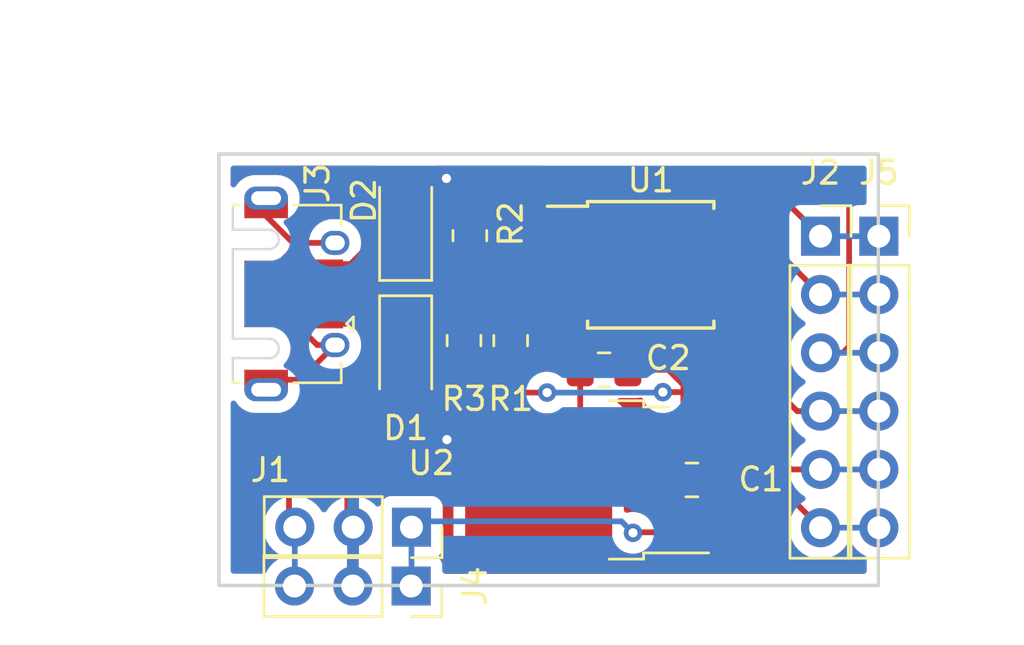
<source format=kicad_pcb>
(kicad_pcb (version 20211014) (generator pcbnew)
  (layers (0 "F.Cu" signal "Top") (31 "B.Cu" signal "Bottom") (34 "B.Paste" user) (35 "F.Paste" user) (36 "B.SilkS" user "B.Silkscreen") (37 "F.SilkS" user "F.Silkscreen") (38 "B.Mask" user) (39 "F.Mask" user) (44 "Edge.Cuts" user))
  (net 0 "")
  (net 1 "GND")
  (net 2 "+VDC")
  (net 3 "+5V")
  (net 4 "Net-(D1-Pad1)")
  (net 5 "Net-(D2-Pad1)")
  (net 6 "/PB5")
  (net 7 "/PB4")
  (net 8 "/PB3")
  (net 9 "/PB2")
  (net 10 "/PB1")
  (net 11 "/PB0")
  (net 12 "unconnected-(J3-Pad6)")
  (footprint "Package_TO_SOT_SMD:TO-252-2" (layer "F.Cu") (at 187.975 124.943 180)
    (fp_text reference "U2" (at 6.773 0.735 180) (layer "F.SilkS"))
    (fp_text value "L7805")
    (fp_line (start -0.97 -3.45) (end -2.47 -3.45) (layer "F.SilkS") (width 0.12))
    (fp_line (start -2.47 3.45) (end -2.47 3.18) (layer "F.SilkS") (width 0.12))
    (fp_line (start -2.47 3.18) (end -3.57 3.18) (layer "F.SilkS") (width 0.12))
    (fp_line (start -2.47 -3.45) (end -2.47 -3.18) (layer "F.SilkS") (width 0.12))
    (fp_line (start -2.47 -3.18) (end -5.3 -3.18) (layer "F.SilkS") (width 0.12))
    (fp_line (start -0.97 3.45) (end -2.47 3.45) (layer "F.SilkS") (width 0.12))
    (pad "1" smd rect locked (at -4.2 -2.28 180) (size 2.2 1.2) (layers "F.Cu" "F.Paste" "F.Mask") (net 2 "+VDC"))
    (pad "2" smd rect locked (at 2.1 0 180) (size 6.4 5.8) (layers "F.Cu" "F.Mask") (net 1 "GND"))
    (pad "3" smd rect locked (at -4.2 2.28 180) (size 2.2 1.2) (layers "F.Cu" "F.Paste" "F.Mask") (net 3 "+5V"))
  )
  (footprint "Resistor_SMD:R_0805_2012Metric_Pad1.20x1.40mm_HandSolder" (layer "F.Cu") (at 182.88 114.3 90)
    (fp_text reference "R2" (at 0.508 1.778 90) (layer "F.SilkS"))
    (fp_text value "R_Small")
    (fp_line (start -0.227064 0.735) (end 0.227064 0.735) (layer "F.SilkS") (width 0.12))
    (fp_line (start -0.227064 -0.735) (end 0.227064 -0.735) (layer "F.SilkS") (width 0.12))
    (pad "1" smd roundrect locked (at -1 0 90) (size 1.2 1.4) (layers "F.Cu" "F.Paste" "F.Mask") (roundrect_rratio 0.208333) (net 8 "/PB3"))
    (pad "2" smd roundrect locked (at 1 0 90) (size 1.2 1.4) (layers "F.Cu" "F.Paste" "F.Mask") (roundrect_rratio 0.208333) (net 5 "Net-(D2-Pad1)"))
  )
  (footprint "Capacitor_SMD:C_0805_2012Metric_Pad1.18x1.45mm_HandSolder" (layer "F.Cu") (at 192.547 124.943)
    (fp_text reference "C1" (at 3.005 -0.025) (layer "F.SilkS"))
    (fp_text value "C_Small")
    (fp_line (start -0.261252 -0.735) (end 0.261252 -0.735) (layer "F.SilkS") (width 0.12))
    (fp_line (start -0.261252 0.735) (end 0.261252 0.735) (layer "F.SilkS") (width 0.12))
    (pad "1" smd roundrect locked (at -1.0375 0) (size 1.175 1.45) (layers "F.Cu" "F.Paste" "F.Mask") (roundrect_rratio 0.212766) (net 1 "GND"))
    (pad "2" smd roundrect locked (at 1.0375 0) (size 1.175 1.45) (layers "F.Cu" "F.Paste" "F.Mask") (roundrect_rratio 0.212766) (net 2 "+VDC"))
  )
  (footprint "Connector_USB:USB_Micro-AB_Molex_47590-0001" (layer "F.Cu") (at 174.012 116.84 -90)
    (fp_text reference "J3" (at -4.826 -2.235 90) (layer "F.SilkS"))
    (fp_text value "USB_B_Micro")
    (fp_line (start -3.87 -3.27) (end -3.87 -1.2) (layer "F.SilkS") (width 0.12))
    (fp_line (start 1.3 -3.5) (end 1.6 -3.8) (layer "F.SilkS") (width 0.12))
    (fp_line (start 3 -3.27) (end 3.87 -3.27) (layer "F.SilkS") (width 0.12))
    (fp_line (start -3.87 1.2) (end -3.87 1.45) (layer "F.SilkS") (width 0.12))
    (fp_line (start 1 -3.8) (end 1.6 -3.8) (layer "F.SilkS") (width 0.12))
    (fp_line (start -3.87 -3.27) (end -3 -3.27) (layer "F.SilkS") (width 0.12))
    (fp_line (start 3.87 -3.27) (end 3.87 -1.2) (layer "F.SilkS") (width 0.12))
    (fp_line (start 1.3 -3.5) (end 1 -3.8) (layer "F.SilkS") (width 0.12))
    (fp_line (start 3.87 1.2) (end 3.87 1.45) (layer "F.SilkS") (width 0.12))
    (fp_line (start -1.95 -0.125) (end -1.95 1.45) (layer "Edge.Cuts") (width 0.1))
    (fp_line (start 2.8 1.45) (end 3.75 1.45) (layer "Edge.Cuts") (width 0.1))
    (fp_line (start 2.8 -0.125) (end 2.8 1.45) (layer "Edge.Cuts") (width 0.1))
    (fp_line (start -2.8 -0.125) (end -2.8 1.45) (layer "Edge.Cuts") (width 0.1))
    (fp_line (start -1.95 1.45) (end 1.95 1.45) (layer "Edge.Cuts") (width 0.1))
    (fp_line (start -3.75 1.45) (end -2.8 1.45) (layer "Edge.Cuts") (width 0.1))
    (fp_line (start 1.95 -0.125) (end 1.95 1.45) (layer "Edge.Cuts") (width 0.1))
    (fp_arc (start -2.8 -0.125) (mid -2.375 -0.55) (end -1.95 -0.125) (layer "Edge.Cuts") (width 0.1))
    (fp_arc (start 1.95 -0.125) (mid 2.375 -0.55) (end 2.8 -0.125) (layer "Edge.Cuts") (width 0.1))
    (pad "1" smd rect locked (at 1.3 -2.675 270) (size 0.4 1.35) (layers "F.Cu" "F.Paste" "F.Mask") (net 3 "+5V"))
    (pad "2" smd rect locked (at 0.65 -2.675 270) (size 0.4 1.35) (layers "F.Cu" "F.Paste" "F.Mask") (net 4 "Net-(D1-Pad1)"))
    (pad "3" smd rect locked (at 0 -2.675 270) (size 0.4 1.35) (layers "F.Cu" "F.Paste" "F.Mask") (net 5 "Net-(D2-Pad1)"))
    (pad "4" smd rect locked (at -0.65 -2.675 270) (size 0.4 1.35) (layers "F.Cu" "F.Paste" "F.Mask"))
    (pad "5" smd rect locked (at -1.3 -2.675 270) (size 0.4 1.35) (layers "F.Cu" "F.Paste" "F.Mask") (net 1 "GND"))
    (pad "6" thru_hole oval locked (at 2.225 -3 270) (size 1.05 1.25) (drill oval 0.65 0.85) (layers *.Cu *.Mask) (net 12 "unconnected-(J3-Pad6)"))
    (pad "6" thru_hole oval locked (at 4.175 0 270) (size 1 1.9) (drill oval 0.6 1.3) (layers *.Cu *.Mask) (net 12 "unconnected-(J3-Pad6)"))
    (pad "6" smd rect locked (at -3.7375 0 270) (size 0.875 1.9) (layers "F.Cu" "F.Mask") (net 12 "unconnected-(J3-Pad6)"))
    (pad "6" thru_hole oval locked (at -4.175 0 270) (size 1 1.9) (drill oval 0.6 1.3) (layers *.Cu *.Mask) (net 12 "unconnected-(J3-Pad6)"))
    (pad "6" thru_hole oval locked (at -2.225 -3 270) (size 1.05 1.25) (drill oval 0.65 0.85) (layers *.Cu *.Mask) (net 12 "unconnected-(J3-Pad6)"))
    (pad "6" smd rect locked (at 0 0 270) (size 2.9 1.9) (layers "F.Cu" "F.Paste" "F.Mask") (net 12 "unconnected-(J3-Pad6)"))
    (pad "6" smd rect locked (at 3.7375 0 270) (size 0.875 1.9) (layers "F.Cu" "F.Mask") (net 12 "unconnected-(J3-Pad6)"))
  )
  (footprint "Diode_SMD:D_1206_3216Metric_Pad1.42x1.75mm_HandSolder" (layer "F.Cu") (at 180.086 119.38 -90)
    (fp_text reference "D1" (at 3.302 0 180) (layer "F.SilkS"))
    (fp_text value "D_z")
    (fp_line (start -2.46 -1.135) (end -2.46 1.135) (layer "F.SilkS") (width 0.12))
    (fp_line (start -2.46 1.135) (end 1.6 1.135) (layer "F.SilkS") (width 0.12))
    (fp_line (start 1.6 -1.135) (end -2.46 -1.135) (layer "F.SilkS") (width 0.12))
    (pad "1" smd roundrect locked (at -1.4875 0 270) (size 1.425 1.75) (layers "F.Cu" "F.Paste" "F.Mask") (roundrect_rratio 0.175439) (net 4 "Net-(D1-Pad1)"))
    (pad "2" smd roundrect locked (at 1.4875 0 270) (size 1.425 1.75) (layers "F.Cu" "F.Paste" "F.Mask") (roundrect_rratio 0.175439) (net 1 "GND"))
  )
  (footprint "Package_SO:SOIC-8W_5.3x5.3mm_P1.27mm" (layer "F.Cu") (at 190.754 115.57)
    (fp_text reference "U1" (at 0 -3.68) (layer "F.SilkS"))
    (fp_text value "ATtiny85-20S")
    (fp_line (start 2.75 -2.755) (end 2.75 -2.455) (layer "F.SilkS") (width 0.15))
    (fp_line (start -2.75 -2.755) (end 2.75 -2.755) (layer "F.SilkS") (width 0.15))
    (fp_line (start -2.75 -2.755) (end -2.75 -2.55) (layer "F.SilkS") (width 0.15))
    (fp_line (start -2.75 2.755) (end 2.75 2.755) (layer "F.SilkS") (width 0.15))
    (fp_line (start 2.75 2.755) (end 2.75 2.455) (layer "F.SilkS") (width 0.15))
    (fp_line (start -2.75 -2.55) (end -4.5 -2.55) (layer "F.SilkS") (width 0.15))
    (fp_line (start -2.75 2.755) (end -2.75 2.455) (layer "F.SilkS") (width 0.15))
    (pad "1" smd rect locked (at -3.65 -1.905) (size 1.7 0.65) (layers "F.Cu" "F.Paste" "F.Mask") (net 6 "/PB5"))
    (pad "2" smd rect locked (at -3.65 -0.635) (size 1.7 0.65) (layers "F.Cu" "F.Paste" "F.Mask") (net 8 "/PB3"))
    (pad "3" smd rect locked (at -3.65 0.635) (size 1.7 0.65) (layers "F.Cu" "F.Paste" "F.Mask") (net 7 "/PB4"))
    (pad "4" smd rect locked (at -3.65 1.905) (size 1.7 0.65) (layers "F.Cu" "F.Paste" "F.Mask") (net 1 "GND"))
    (pad "5" smd rect locked (at 3.65 1.905) (size 1.7 0.65) (layers "F.Cu" "F.Paste" "F.Mask") (net 11 "/PB0"))
    (pad "6" smd rect locked (at 3.65 0.635) (size 1.7 0.65) (layers "F.Cu" "F.Paste" "F.Mask") (net 10 "/PB1"))
    (pad "7" smd rect locked (at 3.65 -0.635) (size 1.7 0.65) (layers "F.Cu" "F.Paste" "F.Mask") (net 9 "/PB2"))
    (pad "8" smd rect locked (at 3.65 -1.905) (size 1.7 0.65) (layers "F.Cu" "F.Paste" "F.Mask") (net 3 "+5V"))
  )
  (footprint "Diode_SMD:D_1206_3216Metric_Pad1.42x1.75mm_HandSolder" (layer "F.Cu") (at 180.086 113.792 90)
    (fp_text reference "D2" (at 1.016 -1.82 90) (layer "F.SilkS"))
    (fp_text value "D_z")
    (fp_line (start 1.6 -1.135) (end -2.46 -1.135) (layer "F.SilkS") (width 0.12))
    (fp_line (start -2.46 1.135) (end 1.6 1.135) (layer "F.SilkS") (width 0.12))
    (fp_line (start -2.46 -1.135) (end -2.46 1.135) (layer "F.SilkS") (width 0.12))
    (pad "1" smd roundrect locked (at -1.4875 0 90) (size 1.425 1.75) (layers "F.Cu" "F.Paste" "F.Mask") (roundrect_rratio 0.175439) (net 5 "Net-(D2-Pad1)"))
    (pad "2" smd roundrect locked (at 1.4875 0 90) (size 1.425 1.75) (layers "F.Cu" "F.Paste" "F.Mask") (roundrect_rratio 0.175439) (net 1 "GND"))
  )
  (footprint "Capacitor_SMD:C_0805_2012Metric_Pad1.18x1.45mm_HandSolder" (layer "F.Cu") (at 188.722 120.142)
    (fp_text reference "C2" (at 2.794 -0.508) (layer "F.SilkS"))
    (fp_text value "C_Small")
    (fp_line (start -0.261252 -0.735) (end 0.261252 -0.735) (layer "F.SilkS") (width 0.12))
    (fp_line (start -0.261252 0.735) (end 0.261252 0.735) (layer "F.SilkS") (width 0.12))
    (pad "1" smd roundrect locked (at -1.0375 0) (size 1.175 1.45) (layers "F.Cu" "F.Paste" "F.Mask") (roundrect_rratio 0.212766) (net 1 "GND"))
    (pad "2" smd roundrect locked (at 1.0375 0) (size 1.175 1.45) (layers "F.Cu" "F.Paste" "F.Mask") (roundrect_rratio 0.212766) (net 3 "+5V"))
  )
  (footprint "Resistor_SMD:R_0805_2012Metric_Pad1.20x1.40mm_HandSolder" (layer "F.Cu") (at 182.626 118.872 -90)
    (fp_text reference "R3" (at 2.54 0 180) (layer "F.SilkS"))
    (fp_text value "R_Small")
    (fp_line (start -0.227064 0.735) (end 0.227064 0.735) (layer "F.SilkS") (width 0.12))
    (fp_line (start -0.227064 -0.735) (end 0.227064 -0.735) (layer "F.SilkS") (width 0.12))
    (pad "1" smd roundrect locked (at -1 0 270) (size 1.2 1.4) (layers "F.Cu" "F.Paste" "F.Mask") (roundrect_rratio 0.208333) (net 4 "Net-(D1-Pad1)"))
    (pad "2" smd roundrect locked (at 1 0 270) (size 1.2 1.4) (layers "F.Cu" "F.Paste" "F.Mask") (roundrect_rratio 0.208333) (net 3 "+5V"))
  )
  (footprint "Resistor_SMD:R_0805_2012Metric_Pad1.20x1.40mm_HandSolder" (layer "F.Cu") (at 184.658 118.872 90)
    (fp_text reference "R1" (at -2.54 0 180) (layer "F.SilkS"))
    (fp_text value "R_Small")
    (fp_line (start -0.227064 0.735) (end 0.227064 0.735) (layer "F.SilkS") (width 0.12))
    (fp_line (start -0.227064 -0.735) (end 0.227064 -0.735) (layer "F.SilkS") (width 0.12))
    (pad "1" smd roundrect locked (at -1 0 90) (size 1.2 1.4) (layers "F.Cu" "F.Paste" "F.Mask") (roundrect_rratio 0.208333) (net 7 "/PB4"))
    (pad "2" smd roundrect locked (at 1 0 90) (size 1.2 1.4) (layers "F.Cu" "F.Paste" "F.Mask") (roundrect_rratio 0.208333) (net 4 "Net-(D1-Pad1)"))
  )
  (footprint "Connector_PinSocket_2.54mm:PinSocket_1x03_P2.54mm_Vertical" (layer "F.Cu") (at 180.34 127 -90)
    (fp_text reference "J1" (at -2.488 6.144 180) (layer "F.SilkS"))
    (fp_text value "Power")
    (fp_line (start -1.33 6.41) (end 1.33 6.41) (layer "F.SilkS") (width 0.12))
    (fp_line (start 1.33 -1.33) (end 1.33 0) (layer "F.SilkS") (width 0.12))
    (fp_line (start 0 -1.33) (end 1.33 -1.33) (layer "F.SilkS") (width 0.12))
    (fp_line (start 1.33 1.27) (end 1.33 6.41) (layer "F.SilkS") (width 0.12))
    (fp_line (start -1.33 1.27) (end 1.33 1.27) (layer "F.SilkS") (width 0.12))
    (fp_line (start -1.33 1.27) (end -1.33 6.41) (layer "F.SilkS") (width 0.12))
    (pad "1" thru_hole rect locked (at 0 0 270) (size 1.7 1.7) (drill 1) (layers *.Cu *.Mask) (net 2 "+VDC"))
    (pad "2" thru_hole oval locked (at 0 2.54 270) (size 1.7 1.7) (drill 1) (layers *.Cu *.Mask) (net 1 "GND"))
    (pad "3" thru_hole oval locked (at 0 5.08 270) (size 1.7 1.7) (drill 1) (layers *.Cu *.Mask) (net 3 "+5V"))
  )
  (footprint "Connector_PinSocket_2.54mm:PinSocket_1x06_P2.54mm_Vertical" (layer "F.Cu") (at 198.145 114.325)
    (fp_text reference "J2" (at 0 -2.77) (layer "F.SilkS"))
    (fp_text value "PinOut")
    (fp_line (start -1.33 1.27) (end -1.33 14.03) (layer "F.SilkS") (width 0.12))
    (fp_line (start 1.33 1.27) (end 1.33 14.03) (layer "F.SilkS") (width 0.12))
    (fp_line (start 0 -1.33) (end 1.33 -1.33) (layer "F.SilkS") (width 0.12))
    (fp_line (start -1.33 14.03) (end 1.33 14.03) (layer "F.SilkS") (width 0.12))
    (fp_line (start -1.33 1.27) (end 1.33 1.27) (layer "F.SilkS") (width 0.12))
    (fp_line (start 1.33 -1.33) (end 1.33 0) (layer "F.SilkS") (width 0.12))
    (pad "1" thru_hole rect locked (at 0 0) (size 1.7 1.7) (drill 1) (layers *.Cu *.Mask) (net 6 "/PB5"))
    (pad "2" thru_hole oval locked (at 0 2.54) (size 1.7 1.7) (drill 1) (layers *.Cu *.Mask) (net 7 "/PB4"))
    (pad "3" thru_hole oval locked (at 0 5.08) (size 1.7 1.7) (drill 1) (layers *.Cu *.Mask) (net 8 "/PB3"))
    (pad "4" thru_hole oval locked (at 0 7.62) (size 1.7 1.7) (drill 1) (layers *.Cu *.Mask) (net 9 "/PB2"))
    (pad "5" thru_hole oval locked (at 0 10.16) (size 1.7 1.7) (drill 1) (layers *.Cu *.Mask) (net 10 "/PB1"))
    (pad "6" thru_hole oval locked (at 0 12.7) (size 1.7 1.7) (drill 1) (layers *.Cu *.Mask) (net 11 "/PB0"))
  )
  (footprint "Connector_PinSocket_2.54mm:PinSocket_1x06_P2.54mm_Vertical" (layer "F.Cu") (at 200.685 114.325)
    (fp_text reference "J5" (at 0 -2.77) (layer "F.SilkS"))
    (fp_text value "PinOut")
    (fp_line (start -1.33 1.27) (end 1.33 1.27) (layer "F.SilkS") (width 0.12))
    (fp_line (start 0 -1.33) (end 1.33 -1.33) (layer "F.SilkS") (width 0.12))
    (fp_line (start -1.33 1.27) (end -1.33 14.03) (layer "F.SilkS") (width 0.12))
    (fp_line (start -1.33 14.03) (end 1.33 14.03) (layer "F.SilkS") (width 0.12))
    (fp_line (start 1.33 -1.33) (end 1.33 0) (layer "F.SilkS") (width 0.12))
    (fp_line (start 1.33 1.27) (end 1.33 14.03) (layer "F.SilkS") (width 0.12))
    (pad "1" thru_hole rect locked (at 0 0) (size 1.7 1.7) (drill 1) (layers *.Cu *.Mask) (net 6 "/PB5"))
    (pad "2" thru_hole oval locked (at 0 2.54) (size 1.7 1.7) (drill 1) (layers *.Cu *.Mask) (net 7 "/PB4"))
    (pad "3" thru_hole oval locked (at 0 5.08) (size 1.7 1.7) (drill 1) (layers *.Cu *.Mask) (net 8 "/PB3"))
    (pad "4" thru_hole oval locked (at 0 7.62) (size 1.7 1.7) (drill 1) (layers *.Cu *.Mask) (net 9 "/PB2"))
    (pad "5" thru_hole oval locked (at 0 10.16) (size 1.7 1.7) (drill 1) (layers *.Cu *.Mask) (net 10 "/PB1"))
    (pad "6" thru_hole oval locked (at 0 12.7) (size 1.7 1.7) (drill 1) (layers *.Cu *.Mask) (net 11 "/PB0"))
  )
  (footprint "Connector_PinSocket_2.54mm:PinSocket_1x03_P2.54mm_Vertical" (layer "F.Cu") (at 180.325 129.565 -90)
    (fp_text reference "J4" (at 0 -2.77 90) (layer "F.SilkS"))
    (fp_text value "Power")
    (fp_line (start -1.33 1.27) (end -1.33 6.41) (layer "F.SilkS") (width 0.12))
    (fp_line (start 1.33 -1.33) (end 1.33 0) (layer "F.SilkS") (width 0.12))
    (fp_line (start -1.33 1.27) (end 1.33 1.27) (layer "F.SilkS") (width 0.12))
    (fp_line (start -1.33 6.41) (end 1.33 6.41) (layer "F.SilkS") (width 0.12))
    (fp_line (start 0 -1.33) (end 1.33 -1.33) (layer "F.SilkS") (width 0.12))
    (fp_line (start 1.33 1.27) (end 1.33 6.41) (layer "F.SilkS") (width 0.12))
    (pad "1" thru_hole rect locked (at 0 0 270) (size 1.7 1.7) (drill 1) (layers *.Cu *.Mask) (net 2 "+VDC"))
    (pad "2" thru_hole oval locked (at 0 2.54 270) (size 1.7 1.7) (drill 1) (layers *.Cu *.Mask) (net 1 "GND"))
    (pad "3" thru_hole oval locked (at 0 5.08 270) (size 1.7 1.7) (drill 1) (layers *.Cu *.Mask) (net 3 "+5V"))
  )
  (gr_rect (start 171.958 110.744) (end 200.66 129.54) (layer "Edge.Cuts") (width 0.15) (fill none))
  (segment (start 187.104 119.5615) (end 187.6845 120.142) (width 0.25) (layer "F.Cu") (net 1))
  (segment (start 181.862 111.808) (end 180.5825 111.808) (width 0.25) (layer "F.Cu") (net 1))
  (segment (start 176.687 115.54) (end 177.68 115.54) (width 0.25) (layer "F.Cu") (net 1))
  (segment (start 177.8 127) (end 177.546 126.746) (width 0.25) (layer "F.Cu") (net 1))
  (segment (start 185.875 124.943) (end 191.5095 124.943) (width 0.25) (layer "F.Cu") (net 1))
  (segment (start 185.875 124.943) (end 184.12 123.188) (width 0.25) (layer "F.Cu") (net 1))
  (segment (start 185.875 124.943) (end 183.3 122.368) (width 0.25) (layer "F.Cu") (net 1))
  (segment (start 180.086 121.362) (end 180.086 120.8675) (width 0.25) (layer "F.Cu") (net 1))
  (segment (start 184.12 123.188) (end 181.882 123.188) (width 0.25) (layer "F.Cu") (net 1))
  (segment (start 181.092 122.368) (end 180.086 121.362) (width 0.25) (layer "F.Cu") (net 1))
  (segment (start 177.546 123.4075) (end 180.086 120.8675) (width 0.25) (layer "F.Cu") (net 1))
  (segment (start 180.5825 111.808) (end 180.086 112.3045) (width 0.25) (layer "F.Cu") (net 1))
  (segment (start 177.546 126.746) (end 177.546 123.4075) (width 0.25) (layer "F.Cu") (net 1))
  (segment (start 180.086 113.134) (end 180.086 112.3045) (width 0.25) (layer "F.Cu") (net 1))
  (segment (start 187.6845 120.142) (end 187.6845 123.1335) (width 0.25) (layer "F.Cu") (net 1))
  (segment (start 186.69 125.758) (end 185.875 124.943) (width 0.25) (layer "F.Cu") (net 1))
  (segment (start 187.104 117.475) (end 187.104 119.5615) (width 0.25) (layer "F.Cu") (net 1))
  (segment (start 187.6845 123.1335) (end 185.875 124.943) (width 0.25) (layer "F.Cu") (net 1))
  (segment (start 177.68 115.54) (end 180.086 113.134) (width 0.25) (layer "F.Cu") (net 1))
  (segment (start 183.3 122.368) (end 181.092 122.368) (width 0.25) (layer "F.Cu") (net 1))
  (via (at 181.862 111.808) (size 0.8) (drill 0.4) (layers "F.Cu" "B.Cu") (net 1))
  (via (at 181.882 123.188) (size 0.8) (drill 0.4) (layers "F.Cu" "B.Cu") (net 1))
  (segment (start 181.882 123.188) (end 181.882 111.828) (width 0.25) (layer "B.Cu") (net 1))
  (segment (start 177.8 127) (end 177.8 129.32548) (width 0.25) (layer "B.Cu") (net 1))
  (segment (start 181.882 111.828) (end 181.862 111.808) (width 0.25) (layer "B.Cu") (net 1))
  (segment (start 177.8 129.32548) (end 177.785 129.34048) (width 0.25) (layer "B.Cu") (net 1))
  (segment (start 192.175 127.223) (end 192.175 126.3525) (width 0.25) (layer "F.Cu") (net 2))
  (segment (start 190.007 127.223) (end 189.982 127.248) (width 0.25) (layer "F.Cu") (net 2))
  (segment (start 192.175 127.223) (end 190.007 127.223) (width 0.25) (layer "F.Cu") (net 2))
  (segment (start 192.175 126.3525) (end 193.5845 124.943) (width 0.25) (layer "F.Cu") (net 2))
  (via (at 189.982 127.248) (size 0.8) (drill 0.4) (layers "F.Cu" "B.Cu") (net 2))
  (segment (start 189.982 127.248) (end 189.48 126.746) (width 0.25) (layer "B.Cu") (net 2))
  (segment (start 180.34 129.32548) (end 180.325 129.34048) (width 0.25) (layer "B.Cu") (net 2))
  (segment (start 189.48 126.746) (end 180.594 126.746) (width 0.25) (layer "B.Cu") (net 2))
  (segment (start 180.594 126.746) (end 180.34 127) (width 0.25) (layer "B.Cu") (net 2))
  (segment (start 180.34 127) (end 180.34 129.32548) (width 0.25) (layer "B.Cu") (net 2))
  (segment (start 182.372 119.618) (end 182.626 119.872) (width 0.25) (layer "F.Cu") (net 3))
  (segment (start 178.877 119.813) (end 179.072 119.618) (width 0.25) (layer "F.Cu") (net 3))
  (segment (start 189.7595 117.5805) (end 189.7595 120.142) (width 0.25) (layer "F.Cu") (net 3))
  (segment (start 175.006 123.684) (end 178.877 119.813) (width 0.25) (layer "F.Cu") (net 3))
  (segment (start 183.892 121.138) (end 186.242 121.138) (width 0.25) (layer "F.Cu") (net 3))
  (segment (start 176.687 118.14) (end 178.134 118.14) (width 0.25) (layer "F.Cu") (net 3))
  (segment (start 178.877 118.883) (end 178.877 119.813) (width 0.25) (layer "F.Cu") (net 3))
  (segment (start 175.006 126.746) (end 175.006 123.684) (width 0.25) (layer "F.Cu") (net 3))
  (segment (start 189.7595 120.142) (end 191.516 120.142) (width 0.25) (layer "F.Cu") (net 3))
  (segment (start 193.675 113.665) (end 189.7595 117.5805) (width 0.25) (layer "F.Cu") (net 3))
  (segment (start 192.078 121.118) (end 192.175 121.215) (width 0.25) (layer "F.Cu") (net 3))
  (segment (start 191.516 120.142) (end 192.175 120.801) (width 0.25) (layer "F.Cu") (net 3))
  (segment (start 175.26 127) (end 175.006 126.746) (width 0.25) (layer "F.Cu") (net 3))
  (segment (start 192.175 121.215) (end 192.175 122.663) (width 0.25) (layer "F.Cu") (net 3))
  (segment (start 194.404 113.665) (end 193.675 113.665) (width 0.25) (layer "F.Cu") (net 3))
  (segment (start 191.282 121.118) (end 192.078 121.118) (width 0.25) (layer "F.Cu") (net 3))
  (segment (start 179.072 119.618) (end 182.372 119.618) (width 0.25) (layer "F.Cu") (net 3))
  (segment (start 192.175 120.801) (end 192.175 121.215) (width 0.25) (layer "F.Cu") (net 3))
  (segment (start 182.626 119.872) (end 183.892 121.138) (width 0.25) (layer "F.Cu") (net 3))
  (segment (start 178.134 118.14) (end 178.877 118.883) (width 0.25) (layer "F.Cu") (net 3))
  (via (at 186.242 121.138) (size 0.8) (drill 0.4) (layers "F.Cu" "B.Cu") (net 3))
  (via (at 191.282 121.118) (size 0.8) (drill 0.4) (layers "F.Cu" "B.Cu") (net 3))
  (segment (start 175.26 127) (end 175.26 129.32548) (width 0.25) (layer "B.Cu") (net 3))
  (segment (start 191.262 121.138) (end 191.282 121.118) (width 0.25) (layer "B.Cu") (net 3))
  (segment (start 186.242 121.138) (end 191.262 121.138) (width 0.25) (layer "B.Cu") (net 3))
  (segment (start 175.26 129.32548) (end 175.245 129.34048) (width 0.25) (layer "B.Cu") (net 3))
  (segment (start 180.086 117.8925) (end 184.6375 117.8925) (width 0.25) (layer "F.Cu") (net 4))
  (segment (start 176.687 117.49) (end 179.6835 117.49) (width 0.25) (layer "F.Cu") (net 4))
  (segment (start 184.6375 117.8925) (end 184.658 117.872) (width 0.25) (layer "F.Cu") (net 4))
  (segment (start 179.6835 117.49) (end 180.086 117.8925) (width 0.25) (layer "F.Cu") (net 4))
  (segment (start 182.88 113.3) (end 182.0655 113.3) (width 0.25) (layer "F.Cu") (net 5))
  (segment (start 182.0655 113.3) (end 180.086 115.2795) (width 0.25) (layer "F.Cu") (net 5))
  (segment (start 176.687 116.84) (end 178.5255 116.84) (width 0.25) (layer "F.Cu") (net 5))
  (segment (start 178.5255 116.84) (end 180.086 115.2795) (width 0.25) (layer "F.Cu") (net 5))
  (segment (start 190.754 112.268) (end 196.088 112.268) (width 0.25) (layer "F.Cu") (net 6))
  (segment (start 196.088 112.268) (end 198.145 114.325) (width 0.25) (layer "F.Cu") (net 6))
  (segment (start 187.104 113.665) (end 189.357 113.665) (width 0.25) (layer "F.Cu") (net 6))
  (segment (start 189.357 113.665) (end 190.754 112.268) (width 0.25) (layer "F.Cu") (net 6))
  (segment (start 198.145 114.325) (end 200.46048 114.325) (width 0.25) (layer "B.Cu") (net 6))
  (segment (start 187.104 116.205) (end 188.595 116.205) (width 0.25) (layer "F.Cu") (net 7))
  (segment (start 186.035 116.205) (end 187.104 116.205) (width 0.25) (layer "F.Cu") (net 7))
  (segment (start 185.842 116.478) (end 185.802 116.438) (width 0.25) (layer "F.Cu") (net 7))
  (segment (start 184.658 119.872) (end 185.158 119.872) (width 0.25) (layer "F.Cu") (net 7))
  (segment (start 188.595 116.205) (end 192.024 112.776) (width 0.25) (layer "F.Cu") (net 7))
  (segment (start 195.58 112.776) (end 196.596 113.792) (width 0.25) (layer "F.Cu") (net 7))
  (segment (start 196.596 115.316) (end 198.145 116.865) (width 0.25) (layer "F.Cu") (net 7))
  (segment (start 185.802 116.438) (end 186.035 116.205) (width 0.25) (layer "F.Cu") (net 7))
  (segment (start 185.158 119.872) (end 185.842 119.188) (width 0.25) (layer "F.Cu") (net 7))
  (segment (start 192.024 112.776) (end 195.58 112.776) (width 0.25) (layer "F.Cu") (net 7))
  (segment (start 185.842 119.188) (end 185.842 116.478) (width 0.25) (layer "F.Cu") (net 7))
  (segment (start 196.596 113.792) (end 196.596 115.316) (width 0.25) (layer "F.Cu") (net 7))
  (segment (start 198.145 116.865) (end 200.46048 116.865) (width 0.25) (layer "B.Cu") (net 7))
  (segment (start 182.88 115.3) (end 183.245 114.935) (width 0.25) (layer "F.Cu") (net 8))
  (segment (start 198.374 111.76) (end 199.39 112.776) (width 0.25) (layer "F.Cu") (net 8))
  (segment (start 185.674 114.3) (end 185.674 112.776) (width 0.25) (layer "F.Cu") (net 8))
  (segment (start 183.245 114.935) (end 187.104 114.935) (width 0.25) (layer "F.Cu") (net 8))
  (segment (start 186.69 111.76) (end 198.374 111.76) (width 0.25) (layer "F.Cu") (net 8))
  (segment (start 185.674 112.776) (end 186.69 111.76) (width 0.25) (layer "F.Cu") (net 8))
  (segment (start 199.39 112.776) (end 199.39 119.126) (width 0.25) (layer "F.Cu") (net 8))
  (segment (start 186.309 114.935) (end 185.674 114.3) (width 0.25) (layer "F.Cu") (net 8))
  (segment (start 187.104 114.935) (end 186.309 114.935) (width 0.25) (layer "F.Cu") (net 8))
  (segment (start 199.39 119.126) (end 199.111 119.405) (width 0.25) (layer "F.Cu") (net 8))
  (segment (start 199.111 119.405) (end 198.145 119.405) (width 0.25) (layer "F.Cu") (net 8))
  (segment (start 198.145 119.405) (end 200.46048 119.405) (width 0.25) (layer "B.Cu") (net 8))
  (segment (start 197.129 121.945) (end 198.145 121.945) (width 0.25) (layer "F.Cu") (net 9))
  (segment (start 196.342 121.158) (end 197.129 121.945) (width 0.25) (layer "F.Cu") (net 9))
  (segment (start 194.929 114.935) (end 196.342 116.348) (width 0.25) (layer "F.Cu") (net 9))
  (segment (start 194.404 114.935) (end 194.929 114.935) (width 0.25) (layer "F.Cu") (net 9))
  (segment (start 196.342 116.348) (end 196.342 121.158) (width 0.25) (layer "F.Cu") (net 9))
  (segment (start 198.145 121.945) (end 200.46048 121.945) (width 0.25) (layer "B.Cu") (net 9))
  (segment (start 194.558022 116.205) (end 194.685022 116.332) (width 0.25) (layer "F.Cu") (net 10))
  (segment (start 195.834 123.444) (end 196.875 124.485) (width 0.25) (layer "F.Cu") (net 10))
  (segment (start 195.834 116.84) (end 195.834 123.444) (width 0.25) (layer "F.Cu") (net 10))
  (segment (start 194.404 116.205) (end 194.558022 116.205) (width 0.25) (layer "F.Cu") (net 10))
  (segment (start 195.326 116.332) (end 195.834 116.84) (width 0.25) (layer "F.Cu") (net 10))
  (segment (start 196.875 124.485) (end 198.145 124.485) (width 0.25) (layer "F.Cu") (net 10))
  (segment (start 194.685022 116.332) (end 195.326 116.332) (width 0.25) (layer "F.Cu") (net 10))
  (segment (start 198.145 124.485) (end 200.46048 124.485) (width 0.25) (layer "B.Cu") (net 10))
  (segment (start 194.404 117.475) (end 194.404 123.284) (width 0.25) (layer "F.Cu") (net 11))
  (segment (start 194.404 123.284) (end 198.145 127.025) (width 0.25) (layer "F.Cu") (net 11))
  (segment (start 198.145 127.025) (end 200.46048 127.025) (width 0.25) (layer "B.Cu") (net 11))
  (segment (start 175.322 114.758) (end 175.192 114.888) (width 0.25) (layer "F.Cu") (net 12))
  (segment (start 175.4995 120.5775) (end 177.012 119.065) (width 0.25) (layer "F.Cu") (net 12))
  (segment (start 175.192 114.888) (end 174.012 116.068) (width 0.25) (layer "F.Cu") (net 12))
  (segment (start 177.012 114.615) (end 175.465 114.615) (width 0.25) (layer "F.Cu") (net 12))
  (segment (start 177.012 119.065) (end 176.237 119.065) (width 0.25) (layer "F.Cu") (net 12))
  (segment (start 174.012 120.5775) (end 175.4995 120.5775) (width 0.25) (layer "F.Cu") (net 12))
  (segment (start 175.465 114.615) (end 175.192 114.888) (width 0.25) (layer "F.Cu") (net 12))
  (segment (start 174.012 113.448) (end 175.322 114.758) (width 0.25) (layer "F.Cu") (net 12))
  (segment (start 174.012 113.1025) (end 174.012 113.448) (width 0.25) (layer "F.Cu") (net 12))
  (segment (start 176.237 119.065) (end 174.012 116.84) (width 0.25) (layer "F.Cu") (net 12))
  (segment (start 174.012 116.068) (end 174.012 116.84) (width 0.25) (layer "F.Cu") (net 12))
  (zone (net 1) (net_name "GND") (layer "F.Cu") (connect_pads (clearance 0.508)) (min_thickness 0.254) (fill yes (thermal_gap 0.508) (thermal_bridge_width 0.508))
    (polygon (pts (xy 205.707767 131.581052) (xy 166.850343 131.546873) (xy 166.891438 107.952873) (xy 205.718862 107.937052)))
  )
  (zone (net 1) (net_name "GND") (layer "B.Cu") (connect_pads (clearance 0.508)) (min_thickness 0.254) (fill yes (thermal_gap 0.508) (thermal_bridge_width 0.508))
    (polygon (pts (xy 207.007338 132.068499) (xy 166.109867 132.066403) (xy 166.138577 107.460189) (xy 206.986048 107.442285)))
  )
)
</source>
